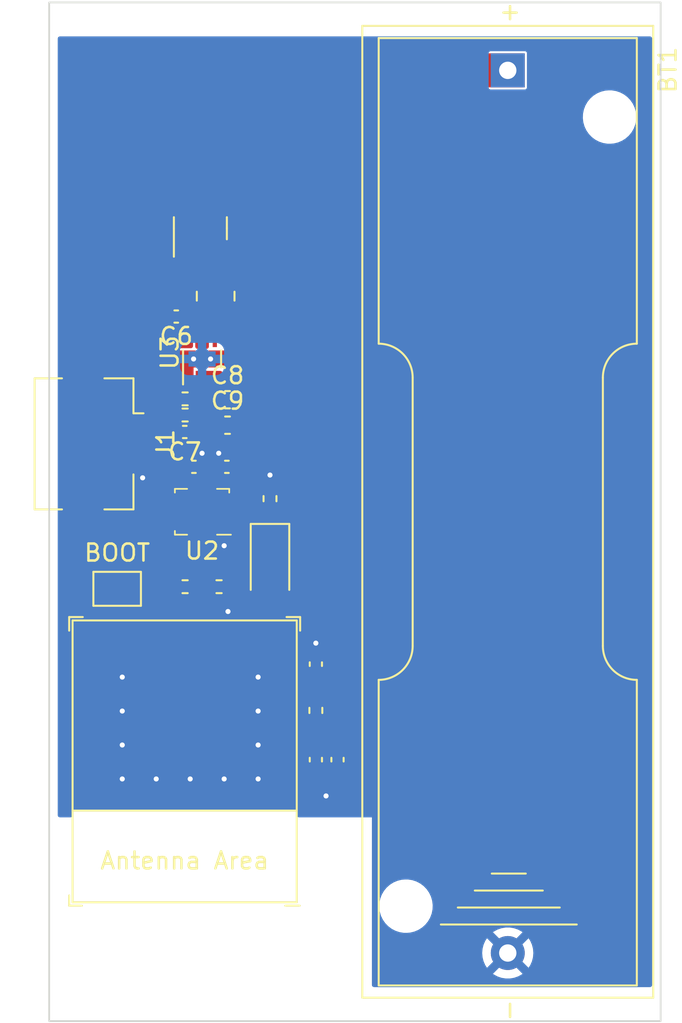
<source format=kicad_pcb>
(kicad_pcb (version 20221018) (generator pcbnew)
  (layers (0 "F.Cu" signal) (31 "B.Cu" signal) (34 "B.Paste" user) (35 "F.Paste" user) (36 "B.SilkS" user "B.Silkscreen") (37 "F.SilkS" user "F.Silkscreen") (38 "B.Mask" user) (39 "F.Mask" user) (44 "Edge.Cuts" user))
  (net 0 "")
  (net 1 "GND")
  (net 2 "VCC")
  (net 3 "/EN")
  (net 4 "/VIN")
  (net 5 "/FB")
  (net 6 "/LED")
  (net 7 "/D-")
  (net 8 "/D+")
  (net 9 "/BOOT")
  (net 10 "/SW")
  (net 11 "/SCL")
  (net 12 "/SDA")
  (net 14 "/INT")
  (net 40 "Net-(D1-K)")
  (net 41 "Net-(BT1-+)")
  (footprint "Package_LGA:Bosch_LGA-14_3x2.5mm_P0.5mm" (layer "F.Cu") (at 151 98 180)
    (fp_text reference "U2" (at 0 -2.3) (layer "F.SilkS"))
    (fp_text value "BMI160")
    (fp_line (start -1.7 -1.35) (end -0.88 -1.35) (stroke (width 0.1)) (layer "F.SilkS"))
    (fp_line (start -1.6 1.35) (end -1.6 1.13) (stroke (width 0.1)) (layer "F.SilkS"))
    (fp_line (start -1.6 1.35) (end -0.88 1.35) (stroke (width 0.1)) (layer "F.SilkS"))
    (fp_line (start 0.88 -1.35) (end 1.6 -1.35) (stroke (width 0.1)) (layer "F.SilkS"))
    (fp_line (start 1.6 -1.35) (end 1.6 -1.13) (stroke (width 0.1)) (layer "F.SilkS"))
    (fp_line (start 1.6 1.13) (end 1.6 1.35) (stroke (width 0.1)) (layer "F.SilkS"))
    (fp_line (start 1.6 1.35) (end 0.88 1.35) (stroke (width 0.1)) (layer "F.SilkS"))
    (pad "1" smd rect (at -1.2625 -0.75 180) (size 0.675 0.25) (layers "F.Cu" "F.Paste" "F.Mask") (net 1 "GND"))
    (pad "2" smd rect (at -1.2625 -0.25 180) (size 0.675 0.25) (layers "F.Cu" "F.Paste" "F.Mask"))
    (pad "3" smd rect (at -1.2625 0.25 180) (size 0.675 0.25) (layers "F.Cu" "F.Paste" "F.Mask"))
    (pad "4" smd rect (at -1.2625 0.75 180) (size 0.675 0.25) (layers "F.Cu" "F.Paste" "F.Mask") (net 14 "/INT"))
    (pad "5" smd rect (at -0.5 1.0125 180) (size 0.25 0.675) (layers "F.Cu" "F.Paste" "F.Mask") (net 2 "VCC"))
    (pad "6" smd rect (at 0 1.0125 180) (size 0.25 0.675) (layers "F.Cu" "F.Paste" "F.Mask") (net 1 "GND"))
    (pad "7" smd rect (at 0.5 1.0125 180) (size 0.25 0.675) (layers "F.Cu" "F.Paste" "F.Mask") (net 1 "GND"))
    (pad "8" smd rect (at 1.2625 0.75 180) (size 0.675 0.25) (layers "F.Cu" "F.Paste" "F.Mask") (net 2 "VCC"))
    (pad "9" smd rect (at 1.2625 0.25 180) (size 0.675 0.25) (layers "F.Cu" "F.Paste" "F.Mask"))
    (pad "10" smd rect (at 1.2625 -0.25 180) (size 0.675 0.25) (layers "F.Cu" "F.Paste" "F.Mask"))
    (pad "11" smd rect (at 1.2625 -0.75 180) (size 0.675 0.25) (layers "F.Cu" "F.Paste" "F.Mask"))
    (pad "12" smd rect (at 0.5 -1.0125 180) (size 0.25 0.675) (layers "F.Cu" "F.Paste" "F.Mask") (net 2 "VCC"))
    (pad "13" smd rect (at 0 -1.0125 180) (size 0.25 0.675) (layers "F.Cu" "F.Paste" "F.Mask") (net 11 "/SCL"))
    (pad "14" smd rect (at -0.5 -1.0125 180) (size 0.25 0.675) (layers "F.Cu" "F.Paste" "F.Mask") (net 12 "/SDA"))
  )
  (footprint "Jumper:SolderJumper-2_P1.3mm_Open_TrianglePad1.0x1.5mm" (layer "F.Cu") (at 146 102.5375)
    (fp_text reference "JP1" hide)
    (fp_text value "BOOT")
    (fp_line (start -1.4 -1) (end 1.4 -1) (stroke (width 0.12)) (layer "F.SilkS"))
    (fp_line (start -1.4 1) (end -1.4 -1) (stroke (width 0.12)) (layer "F.SilkS"))
    (fp_line (start 1.4 -1) (end 1.4 1) (stroke (width 0.12)) (layer "F.SilkS"))
    (fp_line (start 1.4 1) (end -1.4 1) (stroke (width 0.12)) (layer "F.SilkS"))
    (pad "1" smd custom (at -0.725 0) (size 0.3 0.3) (layers "F.Cu" "F.Mask") (net 1 "GND") (options (clearance outline) (anchor rect)) (primitives (gr_poly (pts (xy 1 0) (xy 0.5 0.75) (xy -0.5 0.75) (xy -0.5 -0.75) (xy 0.5 -0.75)) (width 0) (fill yes))))
    (pad "2" smd custom (at 0.725 0) (size 0.3 0.3) (layers "F.Cu" "F.Mask") (net 9 "/BOOT") (options (clearance outline) (anchor rect)) (primitives (gr_poly (pts (xy 0.5 0.75) (xy -0.65 0.75) (xy -0.15 0) (xy -0.65 -0.75) (xy 0.5 -0.75)) (width 0) (fill yes))))
  )
  (footprint "Capacitor_SMD:C_0402_1005Metric" (layer "F.Cu") (at 157.7 106.975 90)
    (fp_text reference "C1" hide)
    (fp_text value "1u")
    (fp_line (start -0.107836 -0.36) (end 0.107836 -0.36) (stroke (width 0.12)) (layer "F.SilkS"))
    (fp_line (start -0.107836 0.36) (end 0.107836 0.36) (stroke (width 0.12)) (layer "F.SilkS"))
    (pad "1" smd roundrect (at -0.48 0 90) (size 0.56 0.62) (layers "F.Cu" "F.Paste" "F.Mask") (net 3 "/EN"))
    (pad "2" smd roundrect (at 0.48 0 90) (size 0.56 0.62) (layers "F.Cu" "F.Paste" "F.Mask") (net 1 "GND"))
  )
  (footprint "Resistor_SMD:R_0402_1005Metric" (layer "F.Cu") (at 150 91.35 180)
    (fp_text reference "R6" hide)
    (fp_text value "100k")
    (fp_line (start -0.153641 -0.38) (end 0.153641 -0.38) (stroke (width 0.12)) (layer "F.SilkS"))
    (fp_line (start -0.153641 0.38) (end 0.153641 0.38) (stroke (width 0.12)) (layer "F.SilkS"))
    (pad "1" smd roundrect (at -0.51 0 180) (size 0.54 0.64) (layers "F.Cu" "F.Paste" "F.Mask") (net 5 "/FB"))
    (pad "2" smd roundrect (at 0.51 0 180) (size 0.54 0.64) (layers "F.Cu" "F.Paste" "F.Mask") (net 1 "GND"))
  )
  (footprint "Resistor_SMD:R_0402_1005Metric" (layer "F.Cu") (at 155 97.2275 90)
    (fp_text reference "R2" hide)
    (fp_text value "80")
    (fp_line (start -0.153641 -0.38) (end 0.153641 -0.38) (stroke (width 0.12)) (layer "F.SilkS"))
    (fp_line (start -0.153641 0.38) (end 0.153641 0.38) (stroke (width 0.12)) (layer "F.SilkS"))
    (pad "1" smd roundrect (at -0.51 0 90) (size 0.54 0.64) (layers "F.Cu" "F.Paste" "F.Mask") (net 40 "Net-(D1-K)"))
    (pad "2" smd roundrect (at 0.51 0 90) (size 0.54 0.64) (layers "F.Cu" "F.Paste" "F.Mask") (net 1 "GND"))
  )
  (footprint "Resistor_SMD:R_0402_1005Metric" (layer "F.Cu") (at 150 92.3 180)
    (fp_text reference "R5" hide)
    (fp_text value "316k")
    (fp_line (start -0.153641 -0.38) (end 0.153641 -0.38) (stroke (width 0.12)) (layer "F.SilkS"))
    (fp_line (start -0.153641 0.38) (end 0.153641 0.38) (stroke (width 0.12)) (layer "F.SilkS"))
    (pad "1" smd roundrect (at -0.51 0 180) (size 0.54 0.64) (layers "F.Cu" "F.Paste" "F.Mask") (net 2 "VCC"))
    (pad "2" smd roundrect (at 0.51 0 180) (size 0.54 0.64) (layers "F.Cu" "F.Paste" "F.Mask") (net 5 "/FB"))
  )
  (footprint "Inductor_SMD:L_1008_2520Metric" (layer "F.Cu") (at 151.8 85.3 -90)
    (fp_text reference "L1" hide)
    (fp_text value "470n")
    (fp_line (start -0.261252 -1.11) (end 0.261252 -1.11) (stroke (width 0.12)) (layer "F.SilkS"))
    (fp_line (start -0.261252 1.11) (end 0.261252 1.11) (stroke (width 0.12)) (layer "F.SilkS"))
    (pad "1" smd roundrect (at -1.075 0 270) (size 1.25 2.2) (layers "F.Cu" "F.Paste" "F.Mask") (roundrect_rratio 0.2) (net 4 "/VIN"))
    (pad "2" smd roundrect (at 1.075 0 270) (size 1.25 2.2) (layers "F.Cu" "F.Paste" "F.Mask") (roundrect_rratio 0.2) (net 10 "/SW"))
  )
  (footprint "Capacitor_SMD:C_0402_1005Metric" (layer "F.Cu") (at 149.48 86.5 180)
    (fp_text reference "C6" (at 0 -1.16) (layer "F.SilkS"))
    (fp_text value "10u")
    (fp_line (start -0.107836 -0.36) (end 0.107836 -0.36) (stroke (width 0.12)) (layer "F.SilkS"))
    (fp_line (start -0.107836 0.36) (end 0.107836 0.36) (stroke (width 0.12)) (layer "F.SilkS"))
    (pad "1" smd roundrect (at -0.48 0 180) (size 0.56 0.62) (layers "F.Cu" "F.Paste" "F.Mask") (net 4 "/VIN"))
    (pad "2" smd roundrect (at 0.48 0 180) (size 0.56 0.62) (layers "F.Cu" "F.Paste" "F.Mask") (net 1 "GND"))
  )
  (footprint "Capacitor_SMD:C_0402_1005Metric" (layer "F.Cu") (at 149.98 93.3 180)
    (fp_text reference "C7" (at 0 -1.16) (layer "F.SilkS"))
    (fp_text value "10p")
    (fp_line (start -0.107836 -0.36) (end 0.107836 -0.36) (stroke (width 0.12)) (layer "F.SilkS"))
    (fp_line (start -0.107836 0.36) (end 0.107836 0.36) (stroke (width 0.12)) (layer "F.SilkS"))
    (pad "1" smd roundrect (at -0.48 0 180) (size 0.56 0.62) (layers "F.Cu" "F.Paste" "F.Mask") (net 2 "VCC"))
    (pad "2" smd roundrect (at 0.48 0 180) (size 0.56 0.62) (layers "F.Cu" "F.Paste" "F.Mask") (net 5 "/FB"))
  )
  (footprint "Capacitor_SMD:C_0603_1608Metric" (layer "F.Cu") (at 152.5 92.9)
    (fp_text reference "C9" (at 0 -1.43) (layer "F.SilkS"))
    (fp_text value "15u 6.3v")
    (fp_line (start -0.14058 -0.51) (end 0.14058 -0.51) (stroke (width 0.12)) (layer "F.SilkS"))
    (fp_line (start -0.14058 0.51) (end 0.14058 0.51) (stroke (width 0.12)) (layer "F.SilkS"))
    (pad "1" smd roundrect (at -0.775 0) (size 0.9 0.95) (layers "F.Cu" "F.Paste" "F.Mask") (net 2 "VCC"))
    (pad "2" smd roundrect (at 0.775 0) (size 0.9 0.95) (layers "F.Cu" "F.Paste" "F.Mask") (net 1 "GND"))
  )
  (footprint "Resistor_SMD:R_0402_1005Metric" (layer "F.Cu") (at 152 102.4125 180)
    (fp_text reference "R3" hide)
    (fp_text value "1k8")
    (fp_line (start -0.153641 -0.38) (end 0.153641 -0.38) (stroke (width 0.12)) (layer "F.SilkS"))
    (fp_line (start -0.153641 0.38) (end 0.153641 0.38) (stroke (width 0.12)) (layer "F.SilkS"))
    (pad "1" smd roundrect (at -0.51 0 180) (size 0.54 0.64) (layers "F.Cu" "F.Paste" "F.Mask") (net 2 "VCC"))
    (pad "2" smd roundrect (at 0.51 0 180) (size 0.54 0.64) (layers "F.Cu" "F.Paste" "F.Mask") (net 12 "/SDA"))
  )
  (footprint "Package_TO_SOT_SMD:SOT-23" (layer "F.Cu") (at 150.9 81.3 90)
    (fp_text reference "Q1" hide)
    (fp_text value "Si2309CDS")
    (fp_line (start 0 -1.56) (end -1.675 -1.56) (stroke (width 0.12)) (layer "F.SilkS"))
    (fp_line (start 0 -1.56) (end 0.65 -1.56) (stroke (width 0.12)) (layer "F.SilkS"))
    (fp_line (start 0 1.56) (end -0.65 1.56) (stroke (width 0.12)) (layer "F.SilkS"))
    (fp_line (start 0 1.56) (end 0.65 1.56) (stroke (width 0.12)) (layer "F.SilkS"))
    (pad "1" smd roundrect (at -0.9375 -0.95 90) (size 1.475 0.6) (layers "F.Cu" "F.Paste" "F.Mask") (net 1 "GND"))
    (pad "2" smd roundrect (at -0.9375 0.95 90) (size 1.475 0.6) (layers "F.Cu" "F.Paste" "F.Mask") (net 4 "/VIN"))
    (pad "3" smd roundrect (at 0.9375 0 90) (size 1.475 0.6) (layers "F.Cu" "F.Paste" "F.Mask") (net 41 "Net-(BT1-+)"))
  )
  (footprint "Capacitor_SMD:C_0402_1005Metric" (layer "F.Cu") (at 158.975 112.6 -90)
    (fp_text reference "C2" hide)
    (fp_text value "10u")
    (fp_line (start -0.107836 -0.36) (end 0.107836 -0.36) (stroke (width 0.12)) (layer "F.SilkS"))
    (fp_line (start -0.107836 0.36) (end 0.107836 0.36) (stroke (width 0.12)) (layer "F.SilkS"))
    (pad "1" smd roundrect (at -0.48 0 270) (size 0.56 0.62) (layers "F.Cu" "F.Paste" "F.Mask") (net 2 "VCC"))
    (pad "2" smd roundrect (at 0.48 0 270) (size 0.56 0.62) (layers "F.Cu" "F.Paste" "F.Mask") (net 1 "GND"))
  )
  (footprint "Capacitor_SMD:C_0402_1005Metric" (layer "F.Cu") (at 152.46 95.352 180)
    (fp_text reference "C5" hide)
    (fp_text value "100n")
    (fp_line (start -0.107836 -0.36) (end 0.107836 -0.36) (stroke (width 0.12)) (layer "F.SilkS"))
    (fp_line (start -0.107836 0.36) (end 0.107836 0.36) (stroke (width 0.12)) (layer "F.SilkS"))
    (pad "1" smd roundrect (at -0.48 0 180) (size 0.56 0.62) (layers "F.Cu" "F.Paste" "F.Mask") (net 2 "VCC"))
    (pad "2" smd roundrect (at 0.48 0 180) (size 0.56 0.62) (layers "F.Cu" "F.Paste" "F.Mask") (net 1 "GND"))
  )
  (footprint "Connector_USB:USB_Micro-B_Amphenol_10104110_Horizontal" (layer "F.Cu") (at 145.3 94 -90)
    (fp_text reference "J1" (at 0 -3.55 90) (layer "F.SilkS"))
    (fp_text value "USB_B_Micro")
    (fp_line (start -3.86 -1.66) (end -1.8 -1.66) (stroke (width 0.12)) (layer "F.SilkS"))
    (fp_line (start -3.86 0.05) (end -3.86 -1.66) (stroke (width 0.12)) (layer "F.SilkS"))
    (fp_line (start -3.86 4.16) (end -3.86 2.55) (stroke (width 0.12)) (layer "F.SilkS"))
    (fp_line (start -3.86 4.16) (end 3.86 4.16) (stroke (width 0.12)) (layer "F.SilkS"))
    (fp_line (start -1.8 -1.66) (end -1.8 -2.25) (stroke (width 0.12)) (layer "F.SilkS"))
    (fp_line (start 3.86 -1.66) (end 1.8 -1.66) (stroke (width 0.12)) (layer "F.SilkS"))
    (fp_line (start 3.86 0.05) (end 3.86 -1.66) (stroke (width 0.12)) (layer "F.SilkS"))
    (fp_line (start 3.86 4.16) (end 3.86 2.55) (stroke (width 0.12)) (layer "F.SilkS"))
    (pad "1" smd rect (at -1.3 -1.55 270) (size 0.4 1.4) (layers "F.Cu" "F.Paste" "F.Mask"))
    (pad "2" smd rect (at -0.65 -1.55 270) (size 0.4 1.4) (layers "F.Cu" "F.Paste" "F.Mask") (net 7 "/D-"))
    (pad "3" smd rect (at 0 -1.55 270) (size 0.4 1.4) (layers "F.Cu" "F.Paste" "F.Mask") (net 8 "/D+"))
    (pad "4" smd rect (at 0.65 -1.55 270) (size 0.4 1.4) (layers "F.Cu" "F.Paste" "F.Mask"))
    (pad "5" smd rect (at 1.3 -1.55 270) (size 0.4 1.4) (layers "F.Cu" "F.Paste" "F.Mask") (net 1 "GND"))
    (pad "6" smd rect (at -3.75 1.3 270) (size 2.3 1.9) (layers "F.Cu" "F.Paste" "F.Mask") (net 1 "GND"))
    (pad "6" smd rect (at -1.15 1.3 270) (size 1.8 1.9) (layers "F.Cu" "F.Paste" "F.Mask") (net 1 "GND"))
    (pad "6" smd rect (at 1.15 1.3 270) (size 1.8 1.9) (layers "F.Cu" "F.Paste" "F.Mask") (net 1 "GND"))
    (pad "6" smd rect (at 3.75 1.3 270) (size 2.3 1.9) (layers "F.Cu" "F.Paste" "F.Mask") (net 1 "GND"))
  )
  (footprint "PCM_Espressif:ESP32-C3-MINI-1" (layer "F.Cu") (at 149.975 112.7 180)
    (fp_text reference "U1" hide)
    (fp_text value "ESP32-C3-MINI-1")
    (fp_text user "Antenna Area" (at 0 -5.85) (layer "F.SilkS"))
    (fp_line (start -6.8 7.7) (end -6.8 8.5) (stroke (width 0.12)) (layer "F.SilkS"))
    (fp_line (start -6.8 8.5) (end -6 8.5) (stroke (width 0.12)) (layer "F.SilkS"))
    (fp_line (start -6.6 -8.3) (end 6.6 -8.3) (stroke (width 0.12)) (layer "F.SilkS"))
    (fp_line (start -6.6 -2.9) (end 6.6 -2.9) (stroke (width 0.12)) (layer "F.SilkS"))
    (fp_line (start -6.6 8.3) (end -6.6 -8.3) (stroke (width 0.12)) (layer "F.SilkS"))
    (fp_line (start -5.925 -8.5) (end -6.775 -8.5) (stroke (width 0.12)) (layer "F.SilkS"))
    (fp_line (start 6.05 -8.5) (end 6.8 -8.5) (stroke (width 0.12)) (layer "F.SilkS"))
    (fp_line (start 6.6 -8.3) (end 6.6 8.3) (stroke (width 0.12)) (layer "F.SilkS"))
    (fp_line (start 6.6 8.3) (end -6.6 8.3) (stroke (width 0.12)) (layer "F.SilkS"))
    (fp_line (start 6.8 -8.5) (end 6.8 -7.9) (stroke (width 0.12)) (layer "F.SilkS"))
    (fp_line (start 6.8 7.7) (end 6.8 8.5) (stroke (width 0.12)) (layer "F.SilkS"))
    (fp_line (start 6.8 8.5) (end 6 8.5) (stroke (width 0.12)) (layer "F.SilkS"))
    (pad "1" smd rect (at -5.9 -1.3 270) (size 0.4 0.8) (layers "F.Cu" "F.Paste" "F.Mask") (net 1 "GND"))
    (pad "2" smd rect (at -5.9 -0.5 270) (size 0.4 0.8) (layers "F.Cu" "F.Paste" "F.Mask") (net 1 "GND"))
    (pad "3" smd rect (at -5.9 0.3 270) (size 0.4 0.8) (layers "F.Cu" "F.Paste" "F.Mask") (net 2 "VCC"))
    (pad "4" smd rect (at -5.9 1.1 270) (size 0.4 0.8) (layers "F.Cu" "F.Paste" "F.Mask"))
    (pad "5" smd rect (at -5.9 1.9 270) (size 0.4 0.8) (layers "F.Cu" "F.Paste" "F.Mask") (net 2 "VCC"))
    (pad "6" smd rect (at -5.9 2.7 270) (size 0.4 0.8) (layers "F.Cu" "F.Paste" "F.Mask"))
    (pad "7" smd rect (at -5.9 3.5 270) (size 0.4 0.8) (layers "F.Cu" "F.Paste" "F.Mask"))
    (pad "8" smd rect (at -5.9 4.3 270) (size 0.4 0.8) (layers "F.Cu" "F.Paste" "F.Mask") (net 3 "/EN"))
    (pad "9" smd rect (at -5.9 5.1 270) (size 0.4 0.8) (layers "F.Cu" "F.Paste" "F.Mask"))
    (pad "10" smd rect (at -5.9 5.9 270) (size 0.4 0.8) (layers "F.Cu" "F.Paste" "F.Mask"))
    (pad "11" smd rect (at -5.9 6.7 270) (size 0.4 0.8) (layers "F.Cu" "F.Paste" "F.Mask") (net 1 "GND"))
    (pad "12" smd rect (at -4.8 7.6 180) (size 0.4 0.8) (layers "F.Cu" "F.Paste" "F.Mask") (net 6 "/LED"))
    (pad "13" smd rect (at -4 7.6 180) (size 0.4 0.8) (layers "F.Cu" "F.Paste" "F.Mask") (net 14 "/INT"))
    (pad "14" smd rect (at -3.2 7.6 180) (size 0.4 0.8) (layers "F.Cu" "F.Paste" "F.Mask") (net 1 "GND"))
    (pad "15" smd rect (at -2.4 7.6 180) (size 0.4 0.8) (layers "F.Cu" "F.Paste" "F.Mask"))
    (pad "16" smd rect (at -1.6 7.6 180) (size 0.4 0.8) (layers "F.Cu" "F.Paste" "F.Mask"))
    (pad "17" smd rect (at -0.8 7.6 180) (size 0.4 0.8) (layers "F.Cu" "F.Paste" "F.Mask"))
    (pad "18" smd rect (at 0 7.6 180) (size 0.4 0.8) (layers "F.Cu" "F.Paste" "F.Mask") (net 12 "/SDA"))
    (pad "19" smd rect (at 0.8 7.6 180) (size 0.4 0.8) (layers "F.Cu" "F.Paste" "F.Mask") (net 11 "/SCL"))
    (pad "20" smd rect (at 1.6 7.6 180) (size 0.4 0.8) (layers "F.Cu" "F.Paste" "F.Mask"))
    (pad "21" smd rect (at 2.4 7.6 180) (size 0.4 0.8) (layers "F.Cu" "F.Paste" "F.Mask"))
    (pad "22" smd rect (at 3.2 7.6 180) (size 0.4 0.8) (layers "F.Cu" "F.Paste" "F.Mask") (net 2 "VCC"))
    (pad "23" smd rect (at 4 7.6 180) (size 0.4 0.8) (layers "F.Cu" "F.Paste" "F.Mask") (net 9 "/BOOT"))
    (pad "24" smd rect (at 4.8 7.6 180) (size 0.4 0.8) (layers "F.Cu" "F.Paste" "F.Mask"))
    (pad "25" smd rect (at 5.9 6.7 270) (size 0.4 0.8) (layers "F.Cu" "F.Paste" "F.Mask"))
    (pad "26" smd rect (at 5.9 5.9 270) (size 0.4 0.8) (layers "F.Cu" "F.Paste" "F.Mask") (net 7 "/D-"))
    (pad "27" smd rect (at 5.9 5.1 270) (size 0.4 0.8) (layers "F.Cu" "F.Paste" "F.Mask") (net 8 "/D+"))
    (pad "28" smd rect (at 5.9 4.3 270) (size 0.4 0.8) (layers "F.Cu" "F.Paste" "F.Mask"))
    (pad "29" smd rect (at 5.9 3.5 270) (size 0.4 0.8) (layers "F.Cu" "F.Paste" "F.Mask"))
    (pad "30" smd rect (at 5.9 2.7 270) (size 0.4 0.8) (layers "F.Cu" "F.Paste" "F.Mask"))
    (pad "31" smd rect (at 5.9 1.9 270) (size 0.4 0.8) (layers "F.Cu" "F.Paste" "F.Mask"))
    (pad "32" smd rect (at 5.9 1.1 270) (size 0.4 0.8) (layers "F.Cu" "F.Paste" "F.Mask"))
    (pad "33" smd rect (at 5.9 0.3 270) (size 0.4 0.8) (layers "F.Cu" "F.Paste" "F.Mask"))
    (pad "34" smd rect (at 5.9 -0.5 270) (size 0.4 0.8) (layers "F.Cu" "F.Paste" "F.Mask"))
    (pad "35" smd rect (at 5.9 -1.3 270) (size 0.4 0.8) (layers "F.Cu" "F.Paste" "F.Mask"))
    (pad "36" smd rect (at 4.8 -2.2 180) (size 0.4 0.8) (layers "F.Cu" "F.Paste" "F.Mask") (net 1 "GND"))
    (pad "37" smd rect (at 4 -2.2 180) (size 0.4 0.8) (layers "F.Cu" "F.Paste" "F.Mask") (net 1 "GND"))
    (pad "38" smd rect (at 3.2 -2.2 180) (size 0.4 0.8) (layers "F.Cu" "F.Paste" "F.Mask") (net 1 "GND"))
    (pad "39" smd rect (at 2.4 -2.2 180) (size 0.4 0.8) (layers "F.Cu" "F.Paste" "F.Mask") (net 1 "GND"))
    (pad "40" smd rect (at 1.6 -2.2 180) (size 0.4 0.8) (layers "F.Cu" "F.Paste" "F.Mask") (net 1 "GND"))
    (pad "41" smd rect (at 0.8 -2.2 180) (size 0.4 0.8) (layers "F.Cu" "F.Paste" "F.Mask") (net 1 "GND"))
    (pad "42" smd rect (at 0 -2.2 180) (size 0.4 0.8) (layers "F.Cu" "F.Paste" "F.Mask") (net 1 "GND"))
    (pad "43" smd rect (at -0.8 -2.2 180) (size 0.4 0.8) (layers "F.Cu" "F.Paste" "F.Mask") (net 1 "GND"))
    (pad "44" smd rect (at -1.6 -2.2 180) (size 0.4 0.8) (layers "F.Cu" "F.Paste" "F.Mask") (net 1 "GND"))
    (pad "45" smd rect (at -2.4 -2.2 180) (size 0.4 0.8) (layers "F.Cu" "F.Paste" "F.Mask") (net 1 "GND"))
    (pad "46" smd rect (at -3.2 -2.2 180) (size 0.4 0.8) (layers "F.Cu" "F.Paste" "F.Mask") (net 1 "GND"))
    (pad "47" smd rect (at -4 -2.2 180) (size 0.4 0.8) (layers "F.Cu" "F.Paste" "F.Mask") (net 1 "GND"))
    (pad "48" smd rect (at -4.8 -2.2 180) (size 0.4 0.8) (layers "F.Cu" "F.Paste" "F.Mask") (net 1 "GND"))
    (pad "49" smd custom (at -1.975 0.725 180) (size 0.8 0.8) (layers "F.Cu" "F.Paste" "F.Mask") (net 1 "GND") (options (clearance outline) (anchor rect)) (primitives (gr_poly (pts (xy 0.725 0.725) (xy -0.725 0.725) (xy -0.725 -0.125) (xy -0.125 -0.725) (xy 0.725 -0.725)) (width 0) (fill yes))))
    (pad "49" smd rect (at -1.975 2.7 270) (size 1.45 1.45) (layers "F.Cu" "F.Paste" "F.Mask") (net 1 "GND"))
    (pad "49" smd rect (at -1.975 4.675 270) (size 1.45 1.45) (layers "F.Cu" "F.Paste" "F.Mask") (net 1 "GND"))
    (pad "49" smd rect (at 0 0.725 270) (size 1.45 1.45) (layers "F.Cu" "F.Paste" "F.Mask") (net 1 "GND"))
    (pad "49" smd rect (at 0 2.7 270) (size 1.45 1.45) (layers "F.Cu" "F.Paste" "F.Mask") (net 1 "GND"))
    (pad "49" smd rect (at 0 4.675 270) (size 1.45 1.45) (layers "F.Cu" "F.Paste" "F.Mask") (net 1 "GND"))
    (pad "49" smd rect (at 1.975 0.725 270) (size 1.45 1.45) (layers "F.Cu" "F.Paste" "F.Mask") (net 1 "GND"))
    (pad "49" smd rect (at 1.975 2.7 270) (size 1.45 1.45) (layers "F.Cu" "F.Paste" "F.Mask") (net 1 "GND"))
    (pad "49" smd rect (at 1.975 4.675 270) (size 1.45 1.45) (layers "F.Cu" "F.Paste" "F.Mask") (net 1 "GND"))
    (pad "50" smd rect (at 5.95 -2.25 270) (size 0.7 0.7) (layers "F.Cu" "F.Paste" "F.Mask") (net 1 "GND"))
    (pad "51" smd rect (at 5.95 7.65 270) (size 0.7 0.7) (layers "F.Cu" "F.Paste" "F.Mask") (net 1 "GND"))
    (pad "52" smd rect (at -5.95 7.65 270) (size 0.7 0.7) (layers "F.Cu" "F.Paste" "F.Mask") (net 1 "GND"))
    (pad "53" smd rect (at -5.95 -2.25 270) (size 0.7 0.7) (layers "F.Cu" "F.Paste" "F.Mask") (net 1 "GND"))
    (zone (net 0) (net_name "") (layers "*.Cu") (name "antenna keepout") (connect_pads (clearance 0)) (min_thickness 0.254)
      (keepout (tracks not_allowed) (vias not_allowed) (pads not_allowed) (copperpour not_allowed) (footprints not_allowed))
      (fill (thermal_gap 0.508) (thermal_bridge_width 0.508))
      (polygon (pts (xy 143.375 115.6) (xy 156.575 115.6) (xy 156.575 121) (xy 143.375 121)))
    )
  )
  (footprint "Resistor_SMD:R_0402_1005Metric" (layer "F.Cu") (at 150 102.4125)
    (fp_text reference "R4" hide)
    (fp_text value "1k8")
    (fp_line (start -0.153641 -0.38) (end 0.153641 -0.38) (stroke (width 0.12)) (layer "F.SilkS"))
    (fp_line (start -0.153641 0.38) (end 0.153641 0.38) (stroke (width 0.12)) (layer "F.SilkS"))
    (pad "1" smd roundrect (at -0.51 0) (size 0.54 0.64) (layers "F.Cu" "F.Paste" "F.Mask") (net 2 "VCC"))
    (pad "2" smd roundrect (at 0.51 0) (size 0.54 0.64) (layers "F.Cu" "F.Paste" "F.Mask") (net 11 "/SCL"))
  )
  (footprint "Resistor_SMD:R_0402_1005Metric" (layer "F.Cu") (at 157.7 109.7 90)
    (fp_text reference "R1" hide)
    (fp_text value "10k")
    (fp_line (start -0.153641 -0.38) (end 0.153641 -0.38) (stroke (width 0.12)) (layer "F.SilkS"))
    (fp_line (start -0.153641 0.38) (end 0.153641 0.38) (stroke (width 0.12)) (layer "F.SilkS"))
    (pad "1" smd roundrect (at -0.51 0 90) (size 0.54 0.64) (layers "F.Cu" "F.Paste" "F.Mask") (net 2 "VCC"))
    (pad "2" smd roundrect (at 0.51 0 90) (size 0.54 0.64) (layers "F.Cu" "F.Paste" "F.Mask") (net 3 "/EN"))
  )
  (footprint "LED_SMD:LED_1206_3216Metric" (layer "F.Cu") (at 155 101 -90)
    (fp_text reference "D1" hide)
    (fp_text value "LED")
    (fp_line (start -2.285 -1.135) (end -2.285 1.135) (stroke (width 0.12)) (layer "F.SilkS"))
    (fp_line (start -2.285 1.135) (end 1.6 1.135) (stroke (width 0.12)) (layer "F.SilkS"))
    (fp_line (start 1.6 -1.135) (end -2.285 -1.135) (stroke (width 0.12)) (layer "F.SilkS"))
    (pad "1" smd roundrect (at -1.4 0 270) (size 1.25 1.75) (layers "F.Cu" "F.Paste" "F.Mask") (roundrect_rratio 0.2) (net 40 "Net-(D1-K)"))
    (pad "2" smd roundrect (at 1.4 0 270) (size 1.25 1.75) (layers "F.Cu" "F.Paste" "F.Mask") (roundrect_rratio 0.2) (net 6 "/LED"))
  )
  (footprint "Capacitor_SMD:C_0402_1005Metric" (layer "F.Cu") (at 150.52 95.352)
    (fp_text reference "C4" hide)
    (fp_text value "100n")
    (fp_line (start -0.107836 -0.36) (end 0.107836 -0.36) (stroke (width 0.12)) (layer "F.SilkS"))
    (fp_line (start -0.107836 0.36) (end 0.107836 0.36) (stroke (width 0.12)) (layer "F.SilkS"))
    (pad "1" smd roundrect (at -0.48 0) (size 0.56 0.62) (layers "F.Cu" "F.Paste" "F.Mask") (net 2 "VCC"))
    (pad "2" smd roundrect (at 0.48 0) (size 0.56 0.62) (layers "F.Cu" "F.Paste" "F.Mask") (net 1 "GND"))
  )
  (footprint "Capacitor_SMD:C_0402_1005Metric" (layer "F.Cu") (at 157.7 112.6 -90)
    (fp_text reference "C3" hide)
    (fp_text value "100n")
    (fp_line (start -0.107836 -0.36) (end 0.107836 -0.36) (stroke (width 0.12)) (layer "F.SilkS"))
    (fp_line (start -0.107836 0.36) (end 0.107836 0.36) (stroke (width 0.12)) (layer "F.SilkS"))
    (pad "1" smd roundrect (at -0.48 0 270) (size 0.56 0.62) (layers "F.Cu" "F.Paste" "F.Mask") (net 2 "VCC"))
    (pad "2" smd roundrect (at 0.48 0 270) (size 0.56 0.62) (layers "F.Cu" "F.Paste" "F.Mask") (net 1 "GND"))
  )
  (footprint "Battery:BatteryHolder_Keystone_2460_1xAA" (layer "F.Cu") (at 169 72 -90)
    (fp_text reference "BT1" (at -0.02 -9.42 -270) (layer "F.SilkS"))
    (fp_text value "AA")
    (fp_text user "+" (at -3.4 -0.06 -270) (layer "F.SilkS"))
    (fp_text user "-" (at 55.37 -0.06 -270) (layer "F.SilkS"))
    (fp_line (start -2.62 -8.565) (end 54.62 -8.565) (stroke (width 0.12)) (layer "F.SilkS"))
    (fp_line (start -2.62 8.565) (end -2.62 -8.565) (stroke (width 0.12)) (layer "F.SilkS"))
    (fp_line (start -1.9 -7.6) (end -1.9 7.6) (stroke (width 0.12)) (layer "F.SilkS"))
    (fp_line (start -1.9 -7.6) (end 16.1 -7.6) (stroke (width 0.12)) (layer "F.SilkS"))
    (fp_line (start -1.9 7.6) (end 16.1 7.6) (stroke (width 0.12)) (layer "F.SilkS"))
    (fp_line (start 18.1 -5.6) (end 33.9 -5.6) (stroke (width 0.12)) (layer "F.SilkS"))
    (fp_line (start 33.9 5.6) (end 18.1 5.6) (stroke (width 0.12)) (layer "F.SilkS"))
    (fp_line (start 35.9 -7.6) (end 53.9 -7.6) (stroke (width 0.12)) (layer "F.SilkS"))
    (fp_line (start 35.9 7.6) (end 53.9 7.6) (stroke (width 0.12)) (layer "F.SilkS"))
    (fp_line (start 47.31 -1.06) (end 47.31 0.94) (stroke (width 0.12)) (layer "F.SilkS"))
    (fp_line (start 48.31 -2.06) (end 48.31 1.94) (stroke (width 0.12)) (layer "F.SilkS"))
    (fp_line (start 49.31 2.94) (end 49.31 -3.06) (stroke (width 0.12)) (layer "F.SilkS"))
    (fp_line (start 50.31 -4.06) (end 50.31 3.94) (stroke (width 0.12)) (layer "F.SilkS"))
    (fp_line (start 53.9 -7.6) (end 53.9 7.6) (stroke (width 0.12)) (layer "F.SilkS"))
    (fp_line (start 54.62 -8.565) (end 54.62 8.565) (stroke (width 0.12)) (layer "F.SilkS"))
    (fp_line (start 54.62 8.565) (end -2.62 8.565) (stroke (width 0.12)) (layer "F.SilkS"))
    (fp_arc (start 16.1 7.6) (mid 16.685786 6.185786) (end 18.1 5.6) (stroke (width 0.12)) (layer "F.SilkS"))
    (fp_arc (start 18.1 -5.6) (mid 16.685786 -6.185786) (end 16.1 -7.6) (stroke (width 0.12)) (layer "F.SilkS"))
    (fp_arc (start 33.9 5.6) (mid 35.314214 6.185786) (end 35.9 7.6) (stroke (width 0.12)) (layer "F.SilkS"))
    (fp_arc (start 35.9 -7.6) (mid 35.314214 -6.185786) (end 33.9 -5.6) (stroke (width 0.12)) (layer "F.SilkS"))
    (pad "" np_thru_hole circle (at 2.75 -5.995) (size 2.64 2.64) (drill 2.64) (layers "*.Cu" "*.Mask"))
    (pad "" np_thru_hole circle (at 49.23 5.995 270) (size 2.64 2.64) (drill 2.64) (layers "*.Cu" "*.Mask"))
    (pad "1" thru_hole rect (at 0 0 90) (size 2 2) (drill 1.02) (layers "*.Cu" "*.Mask") (net 41 "Net-(BT1-+)"))
    (pad "2" thru_hole circle (at 51.99 0 90) (size 2 2) (drill 1.02) (layers "*.Cu" "*.Mask") (net 1 "GND"))
  )
  (footprint "Package_SON:WSON-8-1EP_2x2mm_P0.5mm_EP0.9x1.6mm_ThermalVias" (layer "F.Cu") (at 151 89 90)
    (fp_text reference "U3" (at 0.38 -1.9 90) (layer "F.SilkS"))
    (fp_text value "TPS61021A")
    (fp_line (start -1.5 -1.12) (end 0.5 -1.12) (stroke (width 0.12)) (layer "F.SilkS"))
    (fp_line (start 0.5 1.12) (end -0.5 1.12) (stroke (width 0.12)) (layer "F.SilkS"))
    (pad "1" smd rect (at -0.95 -0.75 90) (size 0.5 0.25) (layers "F.Cu" "F.Paste" "F.Mask") (net 1 "GND"))
    (pad "2" smd rect (at -0.95 -0.25 90) (size 0.5 0.25) (layers "F.Cu" "F.Paste" "F.Mask") (net 5 "/FB"))
    (pad "3" smd rect (at -0.95 0.25 90) (size 0.5 0.25) (layers "F.Cu" "F.Paste" "F.Mask") (net 2 "VCC"))
    (pad "4" smd rect (at -0.95 0.75 90) (size 0.5 0.25) (layers "F.Cu" "F.Paste" "F.Mask") (net 2 "VCC"))
    (pad "5" smd rect (at 0.95 0.75 90) (size 0.5 0.25) (layers "F.Cu" "F.Paste" "F.Mask") (net 4 "/VIN"))
    (pad "6" smd rect (at 0.95 0.25 90) (size 0.5 0.25) (layers "F.Cu" "F.Paste" "F.Mask") (net 10 "/SW"))
    (pad "7" smd rect (at 0.95 -0.25 90) (size 0.5 0.25) (layers "F.Cu" "F.Paste" "F.Mask") (net 10 "/SW"))
    (pad "8" smd rect (at 0.95 -0.75 90) (size 0.5 0.25) (layers "F.Cu" "F.Paste" "F.Mask") (net 4 "/VIN"))
    (pad "9" thru_hole circle (at 0 -0.5 90) (size 0.6 0.6) (drill 0.3) (layers "*.Cu") (net 1 "GND"))
    (pad "9" smd rect (at 0 0 90) (size 0.9 1.6) (layers "F.Cu" "F.Mask") (net 1 "GND"))
    (pad "9" smd rect (at 0 0 90) (size 0.9 1.6) (layers "B.Cu") (net 1 "GND"))
    (pad "9" thru_hole circle (at 0 0.5 90) (size 0.6 0.6) (drill 0.3) (layers "*.Cu") (net 1 "GND"))
  )
  (footprint "Capacitor_SMD:C_0603_1608Metric" (layer "F.Cu") (at 152.5 91.4)
    (fp_text reference "C8" (at 0 -1.43) (layer "F.SilkS"))
    (fp_text value "15u 6.3v")
    (fp_line (start -0.14058 -0.51) (end 0.14058 -0.51) (stroke (width 0.12)) (layer "F.SilkS"))
    (fp_line (start -0.14058 0.51) (end 0.14058 0.51) (stroke (width 0.12)) (layer "F.SilkS"))
    (pad "1" smd roundrect (at -0.775 0) (size 0.9 0.95) (layers "F.Cu" "F.Paste" "F.Mask") (net 2 "VCC"))
    (pad "2" smd roundrect (at 0.775 0) (size 0.9 0.95) (layers "F.Cu" "F.Paste" "F.Mask") (net 1 "GND"))
  )
  (gr_rect (start 142 68) (end 178 128) (stroke (width 0.1)) (fill none) (layer "Edge.Cuts"))
  (gr_text "BOOT" (at 146 101) (layer "F.SilkS") (effects (font (size 1 1)) (justify bottom)))
  (segment (start 145.2 106) (end 145.2 107) (width 0.127) (layer "F.Cu") (net 1))
  (segment (start 155.9 106) (end 157.4375 106) (width 0.127) (layer "F.Cu") (net 1))
  (segment (start 151 94.552) (end 151 95.352) (width 0.127) (layer "F.Cu") (net 1))
  (segment (start 151 96.9875) (end 151 96.332) (width 0.127) (layer "F.Cu") (net 1))
  (segment (start 157.7 106.495) (end 157.7 105.7375) (width 0.127) (layer "F.Cu") (net 1))
  (segment (start 144.025 105.05) (end 144.025 103.7875) (width 0.127) (layer "F.Cu") (net 1))
  (segment (start 144.05 104.85) (end 145.2 106) (width 0.127) (layer "F.Cu") (net 1))
  (segment (start 147.5 96) (end 147.5 95.95) (width 0.127) (layer "F.Cu") (net 1))
  (segment (start 155.9 104.9) (end 155.9 106) (width 0.127) (layer "F.Cu") (net 1))
  (segment (start 144 92.85) (end 144 90.25) (width 0.127) (layer "F.Cu") (net 1))
  (segment (start 153.2 104.9) (end 153.2 104.547509) (width 0.127) (layer "F.Cu") (net 1))
  (segment (start 147.5 95.95) (end 146.85 95.3) (width 0.127) (layer "F.Cu") (net 1))
  (segment (start 144 92.85) (end 144 95.15) (width 0.127) (layer "F.Cu") (net 1))
  (segment (start 150.5 95.852) (end 151 95.352) (width 0.127) (layer "F.Cu") (net 1))
  (segment (start 146.7 95.15) (end 146.85 95.3) (width 0.127) (layer "F.Cu") (net 1))
  (segment (start 152.2625 99.9625) (end 152.3 100) (width 0.127) (layer "F.Cu") (net 1))
  (segment (start 150.5 96.9875) (end 150.5 95.852) (width 0.127) (layer "F.Cu") (net 1))
  (segment (start 152.2625 98.75) (end 152.2625 99.9625) (width 0.127) (layer "F.Cu") (net 1))
  (segment (start 151 96.332) (end 151.98 95.352) (width 0.127) (layer "F.Cu") (net 1))
  (segment (start 157.4375 106) (end 157.7 105.7375) (width 0.127) (layer "F.Cu") (net 1))
  (segment (start 155 96.7175) (end 155 95.8375) (width 0.127) (layer "F.Cu") (net 1))
  (segment (start 144 95.15) (end 146.7 95.15) (width 0.127) (layer "F.Cu") (net 1))
  (segment (start 144.025 103.7875) (end 145.275 102.5375) (width 0.127) (layer "F.Cu") (net 1))
  (segment (start 153.2 104.547509) (end 152.526246 103.873755) (width 0.127) (layer "F.Cu") (net 1))
  (segment (start 144 97.75) (end 144 95.15) (width 0.127) (layer "F.Cu") (net 1))
  (segment (start 151.98 94.552) (end 151.98 95.352) (width 0.127) (layer "F.Cu") (net 1))
  (via (at 152.526246 103.873755) (size 0.56) (drill 0.3) (layers "F.Cu" "B.Cu") (net 1))
  (via (at 155 95.8375) (size 0.56) (drill 0.3) (layers "F.Cu" "B.Cu") (net 1))
  (via (at 154.3 111.7375) (size 0.56) (drill 0.3) (layers "F.Cu" "B.Cu") (net 1))
  (via (at 151.98 94.552) (size 0.56) (drill 0.3) (layers "F.Cu" "B.Cu") (net 1))
  (via (at 146.3 109.7375) (size 0.56) (drill 0.3) (layers "F.Cu" "B.Cu") (net 1))
  (via (at 154.3 107.7375) (size 0.56) (drill 0.3) (layers "F.Cu" "B.Cu") (net 1))
  (via (at 147.5 96) (size 0.56) (drill 0.3) (layers "F.Cu" "B.Cu") (net 1))
  (via (at 150.3 113.7375) (size 0.56) (drill 0.3) (layers "F.Cu" "B.Cu") (net 1))
  (via (at 154.3 113.7375) (size 0.56) (drill 0.3) (layers "F.Cu" "B.Cu") (net 1))
  (via (at 158.3 114.7375) (size 0.56) (drill 0.3) (layers "F.Cu" "B.Cu") (net 1))
  (via (at 146.3 113.7375) (size 0.56) (drill 0.3) (layers "F.Cu" "B.Cu") (net 1))
  (via (at 148.3 113.7375) (size 0.56) (drill 0.3) (layers "F.Cu" "B.Cu") (net 1))
  (via (at 151 94.552) (size 0.56) (drill 0.3) (layers "F.Cu" "B.Cu") (net 1))
  (via (at 157.7 105.7375) (size 0.56) (drill 0.3) (layers "F.Cu" "B.Cu") (net 1))
  (via (at 146.3 111.7375) (size 0.56) (drill 0.3) (layers "F.Cu" "B.Cu") (net 1))
  (via (at 152.3 100) (size 0.56) (drill 0.3) (layers "F.Cu" "B.Cu") (net 1))
  (via (at 146.3 107.7375) (size 0.56) (drill 0.3) (layers "F.Cu" "B.Cu") (net 1))
  (via (at 154.3 109.7375) (size 0.56) (drill 0.3) (layers "F.Cu" "B.Cu") (net 1))
  (via (at 152.3 113.7375) (size 0.56) (drill 0.3) (layers "F.Cu" "B.Cu") (net 1))
  (segment (start 150.5 101.4025) (end 150.5 99.0125) (width 0.127) (layer "F.Cu") (net 2))
  (segment (start 152.94 94) (end 154 94) (width 0.127) (layer "F.Cu") (net 2))
  (segment (start 159 112.12) (end 157.7 112.12) (width 0.127) (layer "F.Cu") (net 2))
  (segment (start 149.7375 95.6545) (end 150.04 95.352) (width 0.127) (layer "F.Cu") (net 2))
  (segment (start 157.42 112.4) (end 155.9 112.4) (width 0.127) (layer "F.Cu") (net 2))
  (segment (start 157.62 112.2) (end 157.42 112.4) (width 0.127) (layer "F.Cu") (net 2))
  (segment (start 150.886612 94) (end 151.7 94) (width 0.127) (layer "F.Cu") (net 2))
  (segment (start 150.04 94.846612) (end 150.886612 94) (width 0.127) (layer "F.Cu") (net 2))
  (segment (start 151.7 94) (end 152.94 94) (width 0.127) (layer "F.Cu") (net 2))
  (segment (start 159 112.12) (end 159 101.2) (width 0.127) (layer "F.Cu") (net 2))
  (segment (start 154 94) (end 159 99) (width 0.127) (layer "F.Cu") (net 2))
  (segment (start 150.04 95.352) (end 150.04 94.846612) (width 0.127) (layer "F.Cu") (net 2))
  (segment (start 153.738 101.1845) (end 158.9845 101.1845) (width 0.127) (layer "F.Cu") (net 2))
  (segment (start 157.7 112.12) (end 156.38 110.8) (width 0.127) (layer "F.Cu") (net 2))
  (segment (start 151.725 93.975) (end 151.7 94) (width 0.127) (layer "F.Cu") (net 2))
  (segment (start 146.8 104.9) (end 149.2875 102.4125) (width 0.127) (layer "F.Cu") (net 2))
  (segment (start 157.7 112.12) (end 157.7 110.21) (width 0.127) (layer "F.Cu") (net 2))
  (segment (start 150.5 98.331) (end 151.5 97.331) (width 0.127) (layer "F.Cu") (net 2))
  (segment (start 156.38 110.8) (end 155.875 110.8) (width 0.127) (layer "F.Cu") (net 2))
  (segment (start 152.94 95.352) (end 152.94 94) (width 0.127) (layer "F.Cu") (net 2))
  (segment (start 149.49 102.4125) (end 150.5 101.4025) (width 0.127) (layer "F.Cu") (net 2))
  (segment (start 149.7375 97.25) (end 149.7375 95.6545) (width 0.127) (layer "F.Cu") (net 2))
  (segment (start 158.9845 101.1845) (end 159 101.2) (width 0.127) (layer "F.Cu") (net 2))
  (segment (start 151.725 92.9) (end 151.725 93.975) (width 0.127) (layer "F.Cu") (net 2))
  (segment (start 159 99) (end 159 103.4625) (width 0.127) (layer "F.Cu") (net 2))
  (segment (start 150.5 99.0125) (end 150.5 98.331) (width 0.127) (layer "F.Cu") (net 2))
  (segment (start 152.51 102.4125) (end 153.738 101.1845) (width 0.127) (layer "F.Cu") (net 2))
  (segment (start 151.5 96.9875) (end 152.94 95.5475) (width 0.127) (layer "F.Cu") (net 2))
  (segment (start 157.7 108.4) (end 155.875 108.4) (width 0.127) (layer "F.Cu") (net 3))
  (segment (start 157.7 108.2) (end 157.7 108.4) (width 0.127) (layer "F.Cu") (net 3))
  (segment (start 157.7 107.455) (end 157.7 108.2) (width 0.127) (layer "F.Cu") (net 3))
  (segment (start 157.7 109.19) (end 157.7 108.2) (width 0.127) (layer "F.Cu") (net 3))
  (segment (start 151.75 88.05) (end 152 87.8) (width 0.127) (layer "F.Cu") (net 4))
  (segment (start 152 87.8) (end 152.7 87.8) (width 0.127) (layer "F.Cu") (net 4))
  (segment (start 151.5375 82.2375) (end 151.85 82.2375) (width 0.127) (layer "F.Cu") (net 4))
  (segment (start 153.2 87.3) (end 152.7 87.8) (width 0.127) (layer "F.Cu") (net 4))
  (segment (start 153.2 87.3) (end 153.2 85.625) (width 0.127) (layer "F.Cu") (net 4))
  (segment (start 153.2 85.625) (end 151.8 84.225) (width 0.127) (layer "F.Cu") (net 4))
  (segment (start 149.49 92.3) (end 149.49 93.27) (width 0.127) (layer "F.Cu") (net 5))
  (segment (start 150.75 91.06) (end 150.51 91.3) (width 0.127) (layer "F.Cu") (net 5))
  (segment (start 150.75 89.95) (end 150.75 91.06) (width 0.127) (layer "F.Cu") (net 5))
  (segment (start 150.49 91.3) (end 149.49 92.3) (width 0.127) (layer "F.Cu") (net 5))
  (segment (start 154.8 104.9) (end 155 104.7) (width 0.127) (layer "F.Cu") (net 6))
  (segment (start 155 104.7) (end 155 102.4) (width 0.127) (layer "F.Cu") (net 6))
  (segment (start 148.22698 94.036612) (end 147.763368 93.573) (width 0.2) (layer "F.Cu") (net 7))
  (segment (start 144.075 106.427) (end 143.448 106.427) (width 0.2) (layer "F.Cu") (net 7))
  (segment (start 145.7577 101.5605) (end 148.925 98.3932) (width 0.2) (layer "F.Cu") (net 7))
  (segment (start 148.22698 94.72698) (end 148.22698 94.036612) (width 0.2) (layer "F.Cu") (net 7))
  (segment (start 144.680972 101.5605) (end 145.7577 101.5605) (width 0.2) (layer "F.Cu") (net 7))
  (segment (start 147.073 93.573) (end 146.85 93.35) (width 0.2) (layer "F.Cu") (net 7))
  (segment (start 143.448 106.427) (end 143.448 102.793472) (width 0.2) (layer "F.Cu") (net 7))
  (segment (start 143.448 102.793472) (end 144.680972 101.5605) (width 0.2) (layer "F.Cu") (net 7))
  (segment (start 147.763368 93.573) (end 147.073 93.573) (width 0.2) (layer "F.Cu") (net 7))
  (segment (start 144.075 106.8) (end 144.075 106.427) (width 0.2) (layer "F.Cu") (net 7))
  (segment (start 148.925 95.425) (end 148.22698 94.72698) (width 0.2) (layer "F.Cu") (net 7))
  (segment (start 148.925 98.3932) (end 148.925 95.425) (width 0.2) (layer "F.Cu") (net 7))
  (segment (start 144.075 107.6) (end 143.702 107.227) (width 0.2) (layer "F.Cu") (net 8))
  (segment (start 147.086603 94.223) (end 146.863603 94) (width 0.2) (layer "F.Cu") (net 8))
  (segment (start 143.702 107.227) (end 143.448 107.227) (width 0.2) (layer "F.Cu") (net 8))
  (segment (start 147.777 94.223) (end 147.086603 94.223) (width 0.2) (layer "F.Cu") (net 8))
  (segment (start 148.475 95.611397) (end 147.777 94.913397) (width 0.2) (layer "F.Cu") (net 8))
  (segment (start 142.99802 106.613388) (end 142.99802 102.607084) (width 0.2) (layer "F.Cu") (net 8))
  (segment (start 147.777 94.913397) (end 147.777 94.223) (width 0.2) (layer "F.Cu") (net 8))
  (segment (start 144.494584 101.11052) (end 145.57128 101.11052) (width 0.2) (layer "F.Cu") (net 8))
  (segment (start 146.863603 94) (end 146.85 94) (width 0.2) (layer "F.Cu") (net 8))
  (segment (start 143.448 107.063368) (end 142.99802 106.613388) (width 0.2) (layer "F.Cu") (net 8))
  (segment (start 143.448 107.227) (end 143.448 107.063368) (width 0.2) (layer "F.Cu") (net 8))
  (segment (start 142.99802 102.607084) (end 144.494584 101.11052) (width 0.2) (layer "F.Cu") (net 8))
  (segment (start 145.57128 101.11052) (end 148.475 98.2068) (width 0.2) (layer "F.Cu") (net 8))
  (segment (start 148.475 98.2068) (end 148.475 95.611397) (width 0.2) (layer "F.Cu") (net 8))
  (segment (start 145.975 105.1) (end 145.975 103.356908) (width 0.127) (layer "F.Cu") (net 9))
  (segment (start 145.975 103.356908) (end 146.725 102.606908) (width 0.127) (layer "F.Cu") (net 9))
  (segment (start 150.51 102.4125) (end 151 101.9225) (width 0.127) (layer "F.Cu") (net 11))
  (segment (start 150.51 102.99) (end 149.175 104.325) (width 0.127) (layer "F.Cu") (net 11))
  (segment (start 149.175 104.325) (end 149.175 105.1) (width 0.127) (layer "F.Cu") (net 11))
  (segment (start 151 101.9225) (end 151 99.0125) (width 0.127) (layer "F.Cu") (net 11))
  (segment (start 150.51 102.4125) (end 150.51 102.99) (width 0.127) (layer "F.Cu") (net 11))
  (segment (start 150 104.9) (end 150 104.4) (width 0.127) (layer "F.Cu") (net 12))
  (segment (start 151.5 102.4025) (end 151.5 99.0125) (width 0.127) (layer "F.Cu") (net 12))
  (segment (start 150 104.4) (end 151.49 102.91) (width 0.127) (layer "F.Cu") (net 12))
  (segment (start 151.49 102.91) (end 151.49 102.4125) (width 0.127) (layer "F.Cu") (net 12))
  (segment (start 153.975 104.657827) (end 152.0495 102.732327) (width 0.127) (layer "F.Cu") (net 14))
  (segment (start 152.0495 101.5505) (end 153 100.6) (width 0.127) (layer "F.Cu") (net 14))
  (segment (start 153 97.523) (end 152.727 97.25) (width 0.127) (layer "F.Cu") (net 14))
  (segment (start 152.0495 102.732327) (end 152.0495 101.5505) (width 0.127) (layer "F.Cu") (net 14))
  (segment (start 152.727 97.25) (end 152.2625 97.25) (width 0.127) (layer "F.Cu") (net 14))
  (segment (start 153 100.6) (end 153 97.523) (width 0.127) (layer "F.Cu") (net 14))
  (segment (start 153.975 105.1) (end 153.975 104.657827) (width 0.127) (layer "F.Cu") (net 14))
  (segment (start 155 97.7375) (end 155 99.3275) (width 0.127) (layer "F.Cu") (net 40))
  (zone (net 1) (net_name "GND") (layer "F.Cu") (priority 10) (connect_pads yes (clearance 0.125)) (min_thickness 0.25) (fill yes (thermal_gap 0.5) (thermal_bridge_width 0.5))
    (polygon (pts (xy 143.4 115.4) (xy 143.4 114.2) (xy 145.1 114.2) (xy 145.1 106.8) (xy 154.6 106.8) (xy 154.6 112.6) (xy 159.6 112.6) (xy 159.6 115.4)))
  )
  (zone (net 10) (net_name "/SW") (layer "F.Cu") (priority 4) (connect_pads yes (clearance 0.127)) (min_thickness 0.254) (fill yes (thermal_gap 0.5) (thermal_bridge_width 0.5))
    (polygon (pts (xy 150.6 88.4) (xy 150.6 85.7) (xy 152.9 85.7) (xy 152.9 87) (xy 151.4 87) (xy 151.4 88.4)))
  )
  (zone (net 2) (net_name "VCC") (layer "F.Cu") (connect_pads yes (clearance 0.127)) (min_thickness 0.25) (fill yes (thermal_gap 0.5) (thermal_bridge_width 0.5))
    (polygon (pts (xy 150.2 93.6) (xy 150.2 89.7) (xy 152.2 89.7) (xy 152.2 93.6)))
  )
  (zone (net 41) (net_name "Net-(BT1-+)") (layer "F.Cu") (priority 5) (connect_pads yes (clearance 0.125)) (min_thickness 0.25) (fill yes (thermal_gap 0.5) (thermal_bridge_width 0.5))
    (polygon (pts (xy 150 80.9) (xy 150 71) (xy 170 71) (xy 170 73) (xy 151.8 73) (xy 151.8 80.9)))
  )
  (zone (net 4) (net_name "/VIN") (layer "F.Cu") (priority 1) (connect_pads yes (clearance 0.127)) (min_thickness 0.254) (fill yes (thermal_gap 0.5) (thermal_bridge_width 0.5))
    (polygon (pts (xy 150.5 88.4) (xy 150.5 84.9) (xy 152.9 84.9) (xy 152.9 81.5) (xy 151.5 81.5) (xy 151.5 83.6) (xy 149.6 83.6) (xy 149.6 88.4)))
  )
  (zone (net 1) (net_name "GND") (layer "F.Cu") (priority 2) (connect_pads yes (clearance 0.127)) (min_thickness 0.254) (fill yes (thermal_gap 0.5) (thermal_bridge_width 0.5))
    (polygon (pts (xy 149.8 91.6) (xy 149.8 90.4) (xy 150.5 90.4) (xy 150.5 89.5) (xy 152.8 89.5) (xy 152.8 93.6) (xy 153.7 93.6) (xy 153.7 88.5) (xy 149.4 88.5) (xy 149.4 83) (xy 150.3 83) (xy 150.3 81.5) (xy 148.7 81.5) (xy 148.7 91.6)))
  )
  (zone (net 1) (net_name "GND") (layer "B.Cu") (priority 3) (connect_pads (clearance 0.127)) (min_thickness 0.25) (fill yes (thermal_gap 0.5) (thermal_bridge_width 0.5))
    (polygon (pts (xy 161 116) (xy 161 126) (xy 177.975 126) (xy 178 70) (xy 141.975 70) (xy 141.975 116)))
  )
)
</source>
